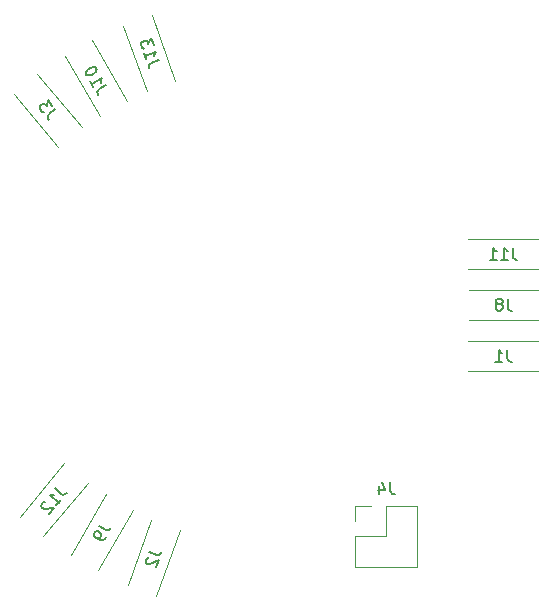
<source format=gbr>
%TF.GenerationSoftware,KiCad,Pcbnew,7.0.6*%
%TF.CreationDate,2023-12-22T17:32:37+03:00*%
%TF.ProjectId,_____ _______,1f3b3042-3020-43e3-913c-3e423e3a2e6b,rev?*%
%TF.SameCoordinates,Original*%
%TF.FileFunction,Legend,Bot*%
%TF.FilePolarity,Positive*%
%FSLAX46Y46*%
G04 Gerber Fmt 4.6, Leading zero omitted, Abs format (unit mm)*
G04 Created by KiCad (PCBNEW 7.0.6) date 2023-12-22 17:32:37*
%MOMM*%
%LPD*%
G01*
G04 APERTURE LIST*
%ADD10C,0.150000*%
%ADD11C,0.100000*%
%ADD12C,0.120000*%
G04 APERTURE END LIST*
D10*
X78005175Y-75504240D02*
X77333966Y-75748540D01*
X77333966Y-75748540D02*
X77216011Y-75842147D01*
X77216011Y-75842147D02*
X77159090Y-75964215D01*
X77159090Y-75964215D02*
X77163203Y-76114744D01*
X77163203Y-76114744D02*
X77195776Y-76204238D01*
X76723463Y-74906567D02*
X76918903Y-75443534D01*
X76821183Y-75175051D02*
X77760875Y-74833031D01*
X77760875Y-74833031D02*
X77659207Y-74971385D01*
X77659207Y-74971385D02*
X77602286Y-75093453D01*
X77602286Y-75093453D02*
X77590112Y-75199234D01*
X77549148Y-74251316D02*
X77337422Y-73669602D01*
X77337422Y-73669602D02*
X77093450Y-74113126D01*
X77093450Y-74113126D02*
X77044590Y-73978884D01*
X77044590Y-73978884D02*
X76967270Y-73905676D01*
X76967270Y-73905676D02*
X76906236Y-73877216D01*
X76906236Y-73877216D02*
X76800454Y-73865042D01*
X76800454Y-73865042D02*
X76576718Y-73946475D01*
X76576718Y-73946475D02*
X76503510Y-74023796D01*
X76503510Y-74023796D02*
X76475050Y-74084830D01*
X76475050Y-74084830D02*
X76462876Y-74190611D01*
X76462876Y-74190611D02*
X76560596Y-74459094D01*
X76560596Y-74459094D02*
X76637916Y-74532302D01*
X76637916Y-74532302D02*
X76698950Y-74560763D01*
X107961523Y-91402819D02*
X107961523Y-92117104D01*
X107961523Y-92117104D02*
X108009142Y-92259961D01*
X108009142Y-92259961D02*
X108104380Y-92355200D01*
X108104380Y-92355200D02*
X108247237Y-92402819D01*
X108247237Y-92402819D02*
X108342475Y-92402819D01*
X106961523Y-92402819D02*
X107532951Y-92402819D01*
X107247237Y-92402819D02*
X107247237Y-91402819D01*
X107247237Y-91402819D02*
X107342475Y-91545676D01*
X107342475Y-91545676D02*
X107437713Y-91640914D01*
X107437713Y-91640914D02*
X107532951Y-91688533D01*
X106009142Y-92402819D02*
X106580570Y-92402819D01*
X106294856Y-92402819D02*
X106294856Y-91402819D01*
X106294856Y-91402819D02*
X106390094Y-91545676D01*
X106390094Y-91545676D02*
X106485332Y-91640914D01*
X106485332Y-91640914D02*
X106580570Y-91688533D01*
X73520902Y-77644477D02*
X72902312Y-78001620D01*
X72902312Y-78001620D02*
X72802404Y-78114288D01*
X72802404Y-78114288D02*
X72767544Y-78244385D01*
X72767544Y-78244385D02*
X72797734Y-78391913D01*
X72797734Y-78391913D02*
X72845353Y-78474391D01*
X72154876Y-77278451D02*
X72440591Y-77773323D01*
X72297733Y-77525887D02*
X73163759Y-77025887D01*
X73163759Y-77025887D02*
X73087660Y-77179794D01*
X73087660Y-77179794D02*
X73052800Y-77309892D01*
X73052800Y-77309892D02*
X73059180Y-77416180D01*
X72711378Y-76242340D02*
X72663759Y-76159862D01*
X72663759Y-76159862D02*
X72574900Y-76101193D01*
X72574900Y-76101193D02*
X72509852Y-76083763D01*
X72509852Y-76083763D02*
X72403563Y-76090143D01*
X72403563Y-76090143D02*
X72214797Y-76144141D01*
X72214797Y-76144141D02*
X72008600Y-76263189D01*
X72008600Y-76263189D02*
X71867453Y-76399666D01*
X71867453Y-76399666D02*
X71808783Y-76488525D01*
X71808783Y-76488525D02*
X71791354Y-76553574D01*
X71791354Y-76553574D02*
X71797733Y-76659862D01*
X71797733Y-76659862D02*
X71845352Y-76742340D01*
X71845352Y-76742340D02*
X71934211Y-76801009D01*
X71934211Y-76801009D02*
X71999260Y-76818439D01*
X71999260Y-76818439D02*
X72105548Y-76812059D01*
X72105548Y-76812059D02*
X72294314Y-76758061D01*
X72294314Y-76758061D02*
X72500511Y-76639013D01*
X72500511Y-76639013D02*
X72641659Y-76502536D01*
X72641659Y-76502536D02*
X72700328Y-76413677D01*
X72700328Y-76413677D02*
X72717758Y-76348628D01*
X72717758Y-76348628D02*
X72711378Y-76242340D01*
X72882526Y-114928143D02*
X73501115Y-115285286D01*
X73501115Y-115285286D02*
X73648643Y-115315475D01*
X73648643Y-115315475D02*
X73778740Y-115280615D01*
X73778740Y-115280615D02*
X73891408Y-115180707D01*
X73891408Y-115180707D02*
X73939027Y-115098228D01*
X73486646Y-115881775D02*
X73391408Y-116046733D01*
X73391408Y-116046733D02*
X73302550Y-116105402D01*
X73302550Y-116105402D02*
X73237501Y-116122831D01*
X73237501Y-116122831D02*
X73066164Y-116133881D01*
X73066164Y-116133881D02*
X72877397Y-116079883D01*
X72877397Y-116079883D02*
X72547483Y-115889406D01*
X72547483Y-115889406D02*
X72488814Y-115800548D01*
X72488814Y-115800548D02*
X72471384Y-115735499D01*
X72471384Y-115735499D02*
X72477764Y-115629211D01*
X72477764Y-115629211D02*
X72573002Y-115464254D01*
X72573002Y-115464254D02*
X72661860Y-115405585D01*
X72661860Y-115405585D02*
X72726909Y-115388155D01*
X72726909Y-115388155D02*
X72833197Y-115394535D01*
X72833197Y-115394535D02*
X73039394Y-115513582D01*
X73039394Y-115513582D02*
X73098063Y-115602441D01*
X73098063Y-115602441D02*
X73115492Y-115667490D01*
X73115492Y-115667490D02*
X73109113Y-115773778D01*
X73109113Y-115773778D02*
X73013875Y-115938735D01*
X73013875Y-115938735D02*
X72925016Y-115997404D01*
X72925016Y-115997404D02*
X72859967Y-116014834D01*
X72859967Y-116014834D02*
X72753679Y-116008454D01*
X107485333Y-100038819D02*
X107485333Y-100753104D01*
X107485333Y-100753104D02*
X107532952Y-100895961D01*
X107532952Y-100895961D02*
X107628190Y-100991200D01*
X107628190Y-100991200D02*
X107771047Y-101038819D01*
X107771047Y-101038819D02*
X107866285Y-101038819D01*
X106485333Y-101038819D02*
X107056761Y-101038819D01*
X106771047Y-101038819D02*
X106771047Y-100038819D01*
X106771047Y-100038819D02*
X106866285Y-100181676D01*
X106866285Y-100181676D02*
X106961523Y-100276914D01*
X106961523Y-100276914D02*
X107056761Y-100324533D01*
X97563333Y-111258819D02*
X97563333Y-111973104D01*
X97563333Y-111973104D02*
X97610952Y-112115961D01*
X97610952Y-112115961D02*
X97706190Y-112211200D01*
X97706190Y-112211200D02*
X97849047Y-112258819D01*
X97849047Y-112258819D02*
X97944285Y-112258819D01*
X96658571Y-111592152D02*
X96658571Y-112258819D01*
X96896666Y-111211200D02*
X97134761Y-111925485D01*
X97134761Y-111925485D02*
X96515714Y-111925485D01*
X107521442Y-95720819D02*
X107521442Y-96435104D01*
X107521442Y-96435104D02*
X107569061Y-96577961D01*
X107569061Y-96577961D02*
X107664299Y-96673200D01*
X107664299Y-96673200D02*
X107807156Y-96720819D01*
X107807156Y-96720819D02*
X107902394Y-96720819D01*
X106902394Y-96149390D02*
X106997632Y-96101771D01*
X106997632Y-96101771D02*
X107045251Y-96054152D01*
X107045251Y-96054152D02*
X107092870Y-95958914D01*
X107092870Y-95958914D02*
X107092870Y-95911295D01*
X107092870Y-95911295D02*
X107045251Y-95816057D01*
X107045251Y-95816057D02*
X106997632Y-95768438D01*
X106997632Y-95768438D02*
X106902394Y-95720819D01*
X106902394Y-95720819D02*
X106711918Y-95720819D01*
X106711918Y-95720819D02*
X106616680Y-95768438D01*
X106616680Y-95768438D02*
X106569061Y-95816057D01*
X106569061Y-95816057D02*
X106521442Y-95911295D01*
X106521442Y-95911295D02*
X106521442Y-95958914D01*
X106521442Y-95958914D02*
X106569061Y-96054152D01*
X106569061Y-96054152D02*
X106616680Y-96101771D01*
X106616680Y-96101771D02*
X106711918Y-96149390D01*
X106711918Y-96149390D02*
X106902394Y-96149390D01*
X106902394Y-96149390D02*
X106997632Y-96197009D01*
X106997632Y-96197009D02*
X107045251Y-96244628D01*
X107045251Y-96244628D02*
X107092870Y-96339866D01*
X107092870Y-96339866D02*
X107092870Y-96530342D01*
X107092870Y-96530342D02*
X107045251Y-96625580D01*
X107045251Y-96625580D02*
X106997632Y-96673200D01*
X106997632Y-96673200D02*
X106902394Y-96720819D01*
X106902394Y-96720819D02*
X106711918Y-96720819D01*
X106711918Y-96720819D02*
X106616680Y-96673200D01*
X106616680Y-96673200D02*
X106569061Y-96625580D01*
X106569061Y-96625580D02*
X106521442Y-96530342D01*
X106521442Y-96530342D02*
X106521442Y-96339866D01*
X106521442Y-96339866D02*
X106569061Y-96244628D01*
X106569061Y-96244628D02*
X106616680Y-96197009D01*
X106616680Y-96197009D02*
X106711918Y-96149390D01*
X77163344Y-117166104D02*
X77834553Y-117410404D01*
X77834553Y-117410404D02*
X77985081Y-117414516D01*
X77985081Y-117414516D02*
X78107149Y-117357595D01*
X78107149Y-117357595D02*
X78200756Y-117239640D01*
X78200756Y-117239640D02*
X78233330Y-117150146D01*
X77106258Y-117601403D02*
X77045224Y-117629863D01*
X77045224Y-117629863D02*
X76967904Y-117703071D01*
X76967904Y-117703071D02*
X76886470Y-117926807D01*
X76886470Y-117926807D02*
X76898644Y-118032589D01*
X76898644Y-118032589D02*
X76927105Y-118093623D01*
X76927105Y-118093623D02*
X77000313Y-118170943D01*
X77000313Y-118170943D02*
X77089807Y-118203517D01*
X77089807Y-118203517D02*
X77240336Y-118207629D01*
X77240336Y-118207629D02*
X77972743Y-117866102D01*
X77972743Y-117866102D02*
X77761016Y-118447817D01*
X69211895Y-79660912D02*
X68664720Y-80120046D01*
X68664720Y-80120046D02*
X68585894Y-80248351D01*
X68585894Y-80248351D02*
X68574156Y-80382526D01*
X68574156Y-80382526D02*
X68629504Y-80522570D01*
X68629504Y-80522570D02*
X68690722Y-80595526D01*
X68967023Y-79369086D02*
X68569107Y-78894868D01*
X68569107Y-78894868D02*
X68491543Y-79395087D01*
X68491543Y-79395087D02*
X68399716Y-79285652D01*
X68399716Y-79285652D02*
X68302020Y-79243305D01*
X68302020Y-79243305D02*
X68234933Y-79237435D01*
X68234933Y-79237435D02*
X68131368Y-79262175D01*
X68131368Y-79262175D02*
X67948976Y-79415219D01*
X67948976Y-79415219D02*
X67906628Y-79512916D01*
X67906628Y-79512916D02*
X67900759Y-79580003D01*
X67900759Y-79580003D02*
X67925498Y-79683568D01*
X67925498Y-79683568D02*
X68109152Y-79902438D01*
X68109152Y-79902438D02*
X68206848Y-79944786D01*
X68206848Y-79944786D02*
X68273936Y-79950655D01*
X69200855Y-111782880D02*
X69748030Y-112242014D01*
X69748030Y-112242014D02*
X69888074Y-112297362D01*
X69888074Y-112297362D02*
X70022248Y-112285624D01*
X70022248Y-112285624D02*
X70150553Y-112206798D01*
X70150553Y-112206798D02*
X70211771Y-112133841D01*
X69324112Y-113191712D02*
X69691419Y-112753973D01*
X69507766Y-112972842D02*
X68741721Y-112330055D01*
X68741721Y-112330055D02*
X68912374Y-112348925D01*
X68912374Y-112348925D02*
X69046548Y-112337186D01*
X69046548Y-112337186D02*
X69144245Y-112294839D01*
X68386153Y-112901969D02*
X68319065Y-112907838D01*
X68319065Y-112907838D02*
X68221369Y-112950186D01*
X68221369Y-112950186D02*
X68068325Y-113132578D01*
X68068325Y-113132578D02*
X68043585Y-113236143D01*
X68043585Y-113236143D02*
X68049454Y-113303230D01*
X68049454Y-113303230D02*
X68091802Y-113400927D01*
X68091802Y-113400927D02*
X68164759Y-113462144D01*
X68164759Y-113462144D02*
X68304803Y-113517493D01*
X68304803Y-113517493D02*
X69109849Y-113447060D01*
X69109849Y-113447060D02*
X68711933Y-113921278D01*
D11*
%TO.C,J13*%
X77370654Y-71712181D02*
X79385152Y-77246971D01*
X74936850Y-72598014D02*
X76951349Y-78132803D01*
%TO.C,J11*%
X110097000Y-93243000D02*
X104207000Y-93243000D01*
X110097000Y-90653000D02*
X104207000Y-90653000D01*
%TO.C,J10*%
X72329003Y-73844646D02*
X75274003Y-78945535D01*
X70085997Y-75139646D02*
X73030997Y-80240535D01*
%TO.C,J9*%
X70593997Y-117392354D02*
X73538997Y-112291465D01*
X72837003Y-118687354D02*
X75782003Y-113586465D01*
%TO.C,J1*%
X110097000Y-101879000D02*
X104207000Y-101879000D01*
X110097000Y-99289000D02*
X104207000Y-99289000D01*
D12*
%TO.C,J4*%
X99830000Y-118444000D02*
X94630000Y-118444000D01*
X99830000Y-113244000D02*
X99830000Y-118444000D01*
X99830000Y-113244000D02*
X97230000Y-113244000D01*
X97230000Y-115844000D02*
X94630000Y-115844000D01*
X97230000Y-113244000D02*
X97230000Y-115844000D01*
X95960000Y-113244000D02*
X94630000Y-113244000D01*
X94630000Y-115844000D02*
X94630000Y-118444000D01*
X94630000Y-113244000D02*
X94630000Y-114574000D01*
D11*
%TO.C,J8*%
X104243109Y-94971000D02*
X110133109Y-94971000D01*
X104243109Y-97561000D02*
X110133109Y-97561000D01*
%TO.C,J2*%
X75337489Y-119990276D02*
X77351988Y-114455487D01*
X77771293Y-120876109D02*
X79785791Y-115341319D01*
%TO.C,J3*%
X67689155Y-76690142D02*
X71475174Y-81202144D01*
X65705099Y-78354962D02*
X69491118Y-82866964D01*
%TO.C,J12*%
X66213099Y-114177038D02*
X69999118Y-109665036D01*
X68197155Y-115841858D02*
X71983174Y-111329856D01*
%TD*%
M02*

</source>
